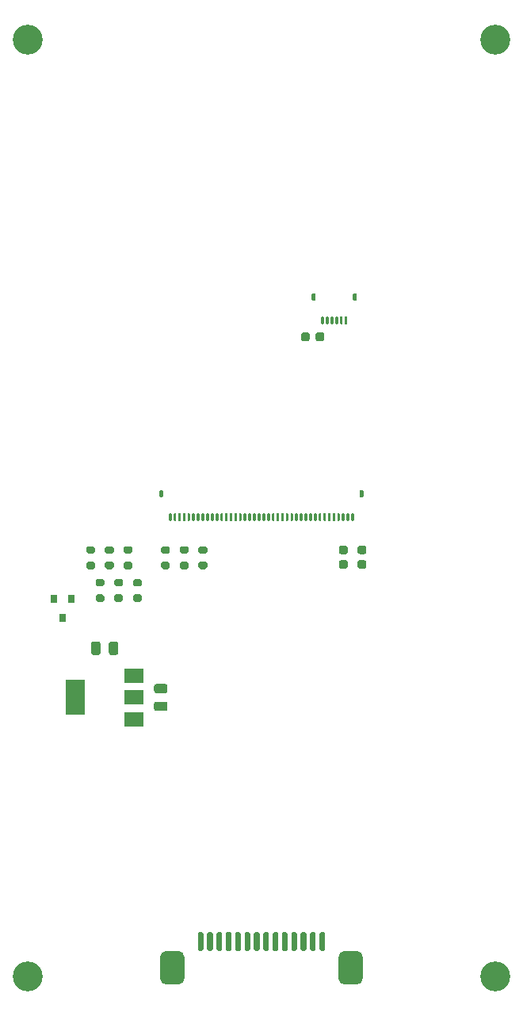
<source format=gbr>
%TF.GenerationSoftware,KiCad,Pcbnew,5.1.10*%
%TF.CreationDate,2021-12-05T17:02:08-05:00*%
%TF.ProjectId,display,64697370-6c61-4792-9e6b-696361645f70,v1.0*%
%TF.SameCoordinates,Original*%
%TF.FileFunction,Soldermask,Bot*%
%TF.FilePolarity,Negative*%
%FSLAX46Y46*%
G04 Gerber Fmt 4.6, Leading zero omitted, Abs format (unit mm)*
G04 Created by KiCad (PCBNEW 5.1.10) date 2021-12-05 17:02:08*
%MOMM*%
%LPD*%
G01*
G04 APERTURE LIST*
%ADD10C,3.200000*%
%ADD11R,2.000000X1.500000*%
%ADD12R,2.000000X3.800000*%
%ADD13R,0.800000X0.900000*%
G04 APERTURE END LIST*
%TO.C,C1*%
G36*
G01*
X230500000Y-135600000D02*
X231000000Y-135600000D01*
G75*
G02*
X231225000Y-135825000I0J-225000D01*
G01*
X231225000Y-136275000D01*
G75*
G02*
X231000000Y-136500000I-225000J0D01*
G01*
X230500000Y-136500000D01*
G75*
G02*
X230275000Y-136275000I0J225000D01*
G01*
X230275000Y-135825000D01*
G75*
G02*
X230500000Y-135600000I225000J0D01*
G01*
G37*
G36*
G01*
X230500000Y-134050000D02*
X231000000Y-134050000D01*
G75*
G02*
X231225000Y-134275000I0J-225000D01*
G01*
X231225000Y-134725000D01*
G75*
G02*
X231000000Y-134950000I-225000J0D01*
G01*
X230500000Y-134950000D01*
G75*
G02*
X230275000Y-134725000I0J225000D01*
G01*
X230275000Y-134275000D01*
G75*
G02*
X230500000Y-134050000I225000J0D01*
G01*
G37*
%TD*%
%TO.C,C2*%
G36*
G01*
X228500000Y-135600000D02*
X229000000Y-135600000D01*
G75*
G02*
X229225000Y-135825000I0J-225000D01*
G01*
X229225000Y-136275000D01*
G75*
G02*
X229000000Y-136500000I-225000J0D01*
G01*
X228500000Y-136500000D01*
G75*
G02*
X228275000Y-136275000I0J225000D01*
G01*
X228275000Y-135825000D01*
G75*
G02*
X228500000Y-135600000I225000J0D01*
G01*
G37*
G36*
G01*
X228500000Y-134050000D02*
X229000000Y-134050000D01*
G75*
G02*
X229225000Y-134275000I0J-225000D01*
G01*
X229225000Y-134725000D01*
G75*
G02*
X229000000Y-134950000I-225000J0D01*
G01*
X228500000Y-134950000D01*
G75*
G02*
X228275000Y-134725000I0J225000D01*
G01*
X228275000Y-134275000D01*
G75*
G02*
X228500000Y-134050000I225000J0D01*
G01*
G37*
%TD*%
%TO.C,C3*%
G36*
G01*
X209725000Y-149800000D02*
X208775000Y-149800000D01*
G75*
G02*
X208525000Y-149550000I0J250000D01*
G01*
X208525000Y-149050000D01*
G75*
G02*
X208775000Y-148800000I250000J0D01*
G01*
X209725000Y-148800000D01*
G75*
G02*
X209975000Y-149050000I0J-250000D01*
G01*
X209975000Y-149550000D01*
G75*
G02*
X209725000Y-149800000I-250000J0D01*
G01*
G37*
G36*
G01*
X209725000Y-151700000D02*
X208775000Y-151700000D01*
G75*
G02*
X208525000Y-151450000I0J250000D01*
G01*
X208525000Y-150950000D01*
G75*
G02*
X208775000Y-150700000I250000J0D01*
G01*
X209725000Y-150700000D01*
G75*
G02*
X209975000Y-150950000I0J-250000D01*
G01*
X209975000Y-151450000D01*
G75*
G02*
X209725000Y-151700000I-250000J0D01*
G01*
G37*
%TD*%
%TO.C,C4*%
G36*
G01*
X203700000Y-145475000D02*
X203700000Y-144525000D01*
G75*
G02*
X203950000Y-144275000I250000J0D01*
G01*
X204450000Y-144275000D01*
G75*
G02*
X204700000Y-144525000I0J-250000D01*
G01*
X204700000Y-145475000D01*
G75*
G02*
X204450000Y-145725000I-250000J0D01*
G01*
X203950000Y-145725000D01*
G75*
G02*
X203700000Y-145475000I0J250000D01*
G01*
G37*
G36*
G01*
X201800000Y-145475000D02*
X201800000Y-144525000D01*
G75*
G02*
X202050000Y-144275000I250000J0D01*
G01*
X202550000Y-144275000D01*
G75*
G02*
X202800000Y-144525000I0J-250000D01*
G01*
X202800000Y-145475000D01*
G75*
G02*
X202550000Y-145725000I-250000J0D01*
G01*
X202050000Y-145725000D01*
G75*
G02*
X201800000Y-145475000I0J250000D01*
G01*
G37*
%TD*%
%TO.C,C5*%
G36*
G01*
X225150000Y-111500000D02*
X225150000Y-112000000D01*
G75*
G02*
X224925000Y-112225000I-225000J0D01*
G01*
X224475000Y-112225000D01*
G75*
G02*
X224250000Y-112000000I0J225000D01*
G01*
X224250000Y-111500000D01*
G75*
G02*
X224475000Y-111275000I225000J0D01*
G01*
X224925000Y-111275000D01*
G75*
G02*
X225150000Y-111500000I0J-225000D01*
G01*
G37*
G36*
G01*
X226700000Y-111500000D02*
X226700000Y-112000000D01*
G75*
G02*
X226475000Y-112225000I-225000J0D01*
G01*
X226025000Y-112225000D01*
G75*
G02*
X225800000Y-112000000I0J225000D01*
G01*
X225800000Y-111500000D01*
G75*
G02*
X226025000Y-111275000I225000J0D01*
G01*
X226475000Y-111275000D01*
G75*
G02*
X226700000Y-111500000I0J-225000D01*
G01*
G37*
%TD*%
D10*
%TO.C,H1*%
X195000000Y-80000000D03*
%TD*%
%TO.C,H2*%
X245000000Y-80000000D03*
%TD*%
%TO.C,H3*%
X195000000Y-180000000D03*
%TD*%
%TO.C,H4*%
X245000000Y-180000000D03*
%TD*%
%TO.C,J1*%
G36*
G01*
X226805000Y-175452500D02*
X226805000Y-177147500D01*
G75*
G02*
X226652500Y-177300000I-152500J0D01*
G01*
X226347500Y-177300000D01*
G75*
G02*
X226195000Y-177147500I0J152500D01*
G01*
X226195000Y-175452500D01*
G75*
G02*
X226347500Y-175300000I152500J0D01*
G01*
X226652500Y-175300000D01*
G75*
G02*
X226805000Y-175452500I0J-152500D01*
G01*
G37*
G36*
G01*
X225805000Y-175452500D02*
X225805000Y-177147500D01*
G75*
G02*
X225652500Y-177300000I-152500J0D01*
G01*
X225347500Y-177300000D01*
G75*
G02*
X225195000Y-177147500I0J152500D01*
G01*
X225195000Y-175452500D01*
G75*
G02*
X225347500Y-175300000I152500J0D01*
G01*
X225652500Y-175300000D01*
G75*
G02*
X225805000Y-175452500I0J-152500D01*
G01*
G37*
G36*
G01*
X224805000Y-175452500D02*
X224805000Y-177147500D01*
G75*
G02*
X224652500Y-177300000I-152500J0D01*
G01*
X224347500Y-177300000D01*
G75*
G02*
X224195000Y-177147500I0J152500D01*
G01*
X224195000Y-175452500D01*
G75*
G02*
X224347500Y-175300000I152500J0D01*
G01*
X224652500Y-175300000D01*
G75*
G02*
X224805000Y-175452500I0J-152500D01*
G01*
G37*
G36*
G01*
X223805000Y-175452500D02*
X223805000Y-177147500D01*
G75*
G02*
X223652500Y-177300000I-152500J0D01*
G01*
X223347500Y-177300000D01*
G75*
G02*
X223195000Y-177147500I0J152500D01*
G01*
X223195000Y-175452500D01*
G75*
G02*
X223347500Y-175300000I152500J0D01*
G01*
X223652500Y-175300000D01*
G75*
G02*
X223805000Y-175452500I0J-152500D01*
G01*
G37*
G36*
G01*
X222805000Y-175452500D02*
X222805000Y-177147500D01*
G75*
G02*
X222652500Y-177300000I-152500J0D01*
G01*
X222347500Y-177300000D01*
G75*
G02*
X222195000Y-177147500I0J152500D01*
G01*
X222195000Y-175452500D01*
G75*
G02*
X222347500Y-175300000I152500J0D01*
G01*
X222652500Y-175300000D01*
G75*
G02*
X222805000Y-175452500I0J-152500D01*
G01*
G37*
G36*
G01*
X221805000Y-175452500D02*
X221805000Y-177147500D01*
G75*
G02*
X221652500Y-177300000I-152500J0D01*
G01*
X221347500Y-177300000D01*
G75*
G02*
X221195000Y-177147500I0J152500D01*
G01*
X221195000Y-175452500D01*
G75*
G02*
X221347500Y-175300000I152500J0D01*
G01*
X221652500Y-175300000D01*
G75*
G02*
X221805000Y-175452500I0J-152500D01*
G01*
G37*
G36*
G01*
X220805000Y-175452500D02*
X220805000Y-177147500D01*
G75*
G02*
X220652500Y-177300000I-152500J0D01*
G01*
X220347500Y-177300000D01*
G75*
G02*
X220195000Y-177147500I0J152500D01*
G01*
X220195000Y-175452500D01*
G75*
G02*
X220347500Y-175300000I152500J0D01*
G01*
X220652500Y-175300000D01*
G75*
G02*
X220805000Y-175452500I0J-152500D01*
G01*
G37*
G36*
G01*
X230830000Y-177950000D02*
X230830000Y-180250000D01*
G75*
G02*
X230180000Y-180900000I-650000J0D01*
G01*
X228880000Y-180900000D01*
G75*
G02*
X228230000Y-180250000I0J650000D01*
G01*
X228230000Y-177950000D01*
G75*
G02*
X228880000Y-177300000I650000J0D01*
G01*
X230180000Y-177300000D01*
G75*
G02*
X230830000Y-177950000I0J-650000D01*
G01*
G37*
G36*
G01*
X219805000Y-175452500D02*
X219805000Y-177147500D01*
G75*
G02*
X219652500Y-177300000I-152500J0D01*
G01*
X219347500Y-177300000D01*
G75*
G02*
X219195000Y-177147500I0J152500D01*
G01*
X219195000Y-175452500D01*
G75*
G02*
X219347500Y-175300000I152500J0D01*
G01*
X219652500Y-175300000D01*
G75*
G02*
X219805000Y-175452500I0J-152500D01*
G01*
G37*
G36*
G01*
X218805000Y-175452500D02*
X218805000Y-177147500D01*
G75*
G02*
X218652500Y-177300000I-152500J0D01*
G01*
X218347500Y-177300000D01*
G75*
G02*
X218195000Y-177147500I0J152500D01*
G01*
X218195000Y-175452500D01*
G75*
G02*
X218347500Y-175300000I152500J0D01*
G01*
X218652500Y-175300000D01*
G75*
G02*
X218805000Y-175452500I0J-152500D01*
G01*
G37*
G36*
G01*
X217805000Y-175452500D02*
X217805000Y-177147500D01*
G75*
G02*
X217652500Y-177300000I-152500J0D01*
G01*
X217347500Y-177300000D01*
G75*
G02*
X217195000Y-177147500I0J152500D01*
G01*
X217195000Y-175452500D01*
G75*
G02*
X217347500Y-175300000I152500J0D01*
G01*
X217652500Y-175300000D01*
G75*
G02*
X217805000Y-175452500I0J-152500D01*
G01*
G37*
G36*
G01*
X216805000Y-175452500D02*
X216805000Y-177147500D01*
G75*
G02*
X216652500Y-177300000I-152500J0D01*
G01*
X216347500Y-177300000D01*
G75*
G02*
X216195000Y-177147500I0J152500D01*
G01*
X216195000Y-175452500D01*
G75*
G02*
X216347500Y-175300000I152500J0D01*
G01*
X216652500Y-175300000D01*
G75*
G02*
X216805000Y-175452500I0J-152500D01*
G01*
G37*
G36*
G01*
X215805000Y-175452500D02*
X215805000Y-177147500D01*
G75*
G02*
X215652500Y-177300000I-152500J0D01*
G01*
X215347500Y-177300000D01*
G75*
G02*
X215195000Y-177147500I0J152500D01*
G01*
X215195000Y-175452500D01*
G75*
G02*
X215347500Y-175300000I152500J0D01*
G01*
X215652500Y-175300000D01*
G75*
G02*
X215805000Y-175452500I0J-152500D01*
G01*
G37*
G36*
G01*
X214805000Y-175452500D02*
X214805000Y-177147500D01*
G75*
G02*
X214652500Y-177300000I-152500J0D01*
G01*
X214347500Y-177300000D01*
G75*
G02*
X214195000Y-177147500I0J152500D01*
G01*
X214195000Y-175452500D01*
G75*
G02*
X214347500Y-175300000I152500J0D01*
G01*
X214652500Y-175300000D01*
G75*
G02*
X214805000Y-175452500I0J-152500D01*
G01*
G37*
G36*
G01*
X213805000Y-175452500D02*
X213805000Y-177147500D01*
G75*
G02*
X213652500Y-177300000I-152500J0D01*
G01*
X213347500Y-177300000D01*
G75*
G02*
X213195000Y-177147500I0J152500D01*
G01*
X213195000Y-175452500D01*
G75*
G02*
X213347500Y-175300000I152500J0D01*
G01*
X213652500Y-175300000D01*
G75*
G02*
X213805000Y-175452500I0J-152500D01*
G01*
G37*
G36*
G01*
X211770000Y-177950000D02*
X211770000Y-180250000D01*
G75*
G02*
X211120000Y-180900000I-650000J0D01*
G01*
X209820000Y-180900000D01*
G75*
G02*
X209170000Y-180250000I0J650000D01*
G01*
X209170000Y-177950000D01*
G75*
G02*
X209820000Y-177300000I650000J0D01*
G01*
X211120000Y-177300000D01*
G75*
G02*
X211770000Y-177950000I0J-650000D01*
G01*
G37*
%TD*%
%TO.C,J2*%
G36*
G01*
X230500000Y-128800000D02*
X230500000Y-128200000D01*
G75*
G02*
X230600000Y-128100000I100000J0D01*
G01*
X230800000Y-128100000D01*
G75*
G02*
X230900000Y-128200000I0J-100000D01*
G01*
X230900000Y-128800000D01*
G75*
G02*
X230800000Y-128900000I-100000J0D01*
G01*
X230600000Y-128900000D01*
G75*
G02*
X230500000Y-128800000I0J100000D01*
G01*
G37*
G36*
G01*
X209100000Y-128800000D02*
X209100000Y-128200000D01*
G75*
G02*
X209200000Y-128100000I100000J0D01*
G01*
X209400000Y-128100000D01*
G75*
G02*
X209500000Y-128200000I0J-100000D01*
G01*
X209500000Y-128800000D01*
G75*
G02*
X209400000Y-128900000I-100000J0D01*
G01*
X209200000Y-128900000D01*
G75*
G02*
X209100000Y-128800000I0J100000D01*
G01*
G37*
G36*
G01*
X229600000Y-131325000D02*
X229600000Y-130675000D01*
G75*
G02*
X229675000Y-130600000I75000J0D01*
G01*
X229825000Y-130600000D01*
G75*
G02*
X229900000Y-130675000I0J-75000D01*
G01*
X229900000Y-131325000D01*
G75*
G02*
X229825000Y-131400000I-75000J0D01*
G01*
X229675000Y-131400000D01*
G75*
G02*
X229600000Y-131325000I0J75000D01*
G01*
G37*
G36*
G01*
X229100000Y-131325000D02*
X229100000Y-130675000D01*
G75*
G02*
X229175000Y-130600000I75000J0D01*
G01*
X229325000Y-130600000D01*
G75*
G02*
X229400000Y-130675000I0J-75000D01*
G01*
X229400000Y-131325000D01*
G75*
G02*
X229325000Y-131400000I-75000J0D01*
G01*
X229175000Y-131400000D01*
G75*
G02*
X229100000Y-131325000I0J75000D01*
G01*
G37*
G36*
G01*
X228600000Y-131325000D02*
X228600000Y-130675000D01*
G75*
G02*
X228675000Y-130600000I75000J0D01*
G01*
X228825000Y-130600000D01*
G75*
G02*
X228900000Y-130675000I0J-75000D01*
G01*
X228900000Y-131325000D01*
G75*
G02*
X228825000Y-131400000I-75000J0D01*
G01*
X228675000Y-131400000D01*
G75*
G02*
X228600000Y-131325000I0J75000D01*
G01*
G37*
G36*
G01*
X228100000Y-131325000D02*
X228100000Y-130675000D01*
G75*
G02*
X228175000Y-130600000I75000J0D01*
G01*
X228325000Y-130600000D01*
G75*
G02*
X228400000Y-130675000I0J-75000D01*
G01*
X228400000Y-131325000D01*
G75*
G02*
X228325000Y-131400000I-75000J0D01*
G01*
X228175000Y-131400000D01*
G75*
G02*
X228100000Y-131325000I0J75000D01*
G01*
G37*
G36*
G01*
X227600000Y-131325000D02*
X227600000Y-130675000D01*
G75*
G02*
X227675000Y-130600000I75000J0D01*
G01*
X227825000Y-130600000D01*
G75*
G02*
X227900000Y-130675000I0J-75000D01*
G01*
X227900000Y-131325000D01*
G75*
G02*
X227825000Y-131400000I-75000J0D01*
G01*
X227675000Y-131400000D01*
G75*
G02*
X227600000Y-131325000I0J75000D01*
G01*
G37*
G36*
G01*
X227100000Y-131325000D02*
X227100000Y-130675000D01*
G75*
G02*
X227175000Y-130600000I75000J0D01*
G01*
X227325000Y-130600000D01*
G75*
G02*
X227400000Y-130675000I0J-75000D01*
G01*
X227400000Y-131325000D01*
G75*
G02*
X227325000Y-131400000I-75000J0D01*
G01*
X227175000Y-131400000D01*
G75*
G02*
X227100000Y-131325000I0J75000D01*
G01*
G37*
G36*
G01*
X226600000Y-131325000D02*
X226600000Y-130675000D01*
G75*
G02*
X226675000Y-130600000I75000J0D01*
G01*
X226825000Y-130600000D01*
G75*
G02*
X226900000Y-130675000I0J-75000D01*
G01*
X226900000Y-131325000D01*
G75*
G02*
X226825000Y-131400000I-75000J0D01*
G01*
X226675000Y-131400000D01*
G75*
G02*
X226600000Y-131325000I0J75000D01*
G01*
G37*
G36*
G01*
X226100000Y-131325000D02*
X226100000Y-130675000D01*
G75*
G02*
X226175000Y-130600000I75000J0D01*
G01*
X226325000Y-130600000D01*
G75*
G02*
X226400000Y-130675000I0J-75000D01*
G01*
X226400000Y-131325000D01*
G75*
G02*
X226325000Y-131400000I-75000J0D01*
G01*
X226175000Y-131400000D01*
G75*
G02*
X226100000Y-131325000I0J75000D01*
G01*
G37*
G36*
G01*
X225600000Y-131325000D02*
X225600000Y-130675000D01*
G75*
G02*
X225675000Y-130600000I75000J0D01*
G01*
X225825000Y-130600000D01*
G75*
G02*
X225900000Y-130675000I0J-75000D01*
G01*
X225900000Y-131325000D01*
G75*
G02*
X225825000Y-131400000I-75000J0D01*
G01*
X225675000Y-131400000D01*
G75*
G02*
X225600000Y-131325000I0J75000D01*
G01*
G37*
G36*
G01*
X225100000Y-131325000D02*
X225100000Y-130675000D01*
G75*
G02*
X225175000Y-130600000I75000J0D01*
G01*
X225325000Y-130600000D01*
G75*
G02*
X225400000Y-130675000I0J-75000D01*
G01*
X225400000Y-131325000D01*
G75*
G02*
X225325000Y-131400000I-75000J0D01*
G01*
X225175000Y-131400000D01*
G75*
G02*
X225100000Y-131325000I0J75000D01*
G01*
G37*
G36*
G01*
X224600000Y-131325000D02*
X224600000Y-130675000D01*
G75*
G02*
X224675000Y-130600000I75000J0D01*
G01*
X224825000Y-130600000D01*
G75*
G02*
X224900000Y-130675000I0J-75000D01*
G01*
X224900000Y-131325000D01*
G75*
G02*
X224825000Y-131400000I-75000J0D01*
G01*
X224675000Y-131400000D01*
G75*
G02*
X224600000Y-131325000I0J75000D01*
G01*
G37*
G36*
G01*
X224100000Y-131325000D02*
X224100000Y-130675000D01*
G75*
G02*
X224175000Y-130600000I75000J0D01*
G01*
X224325000Y-130600000D01*
G75*
G02*
X224400000Y-130675000I0J-75000D01*
G01*
X224400000Y-131325000D01*
G75*
G02*
X224325000Y-131400000I-75000J0D01*
G01*
X224175000Y-131400000D01*
G75*
G02*
X224100000Y-131325000I0J75000D01*
G01*
G37*
G36*
G01*
X223600000Y-131325000D02*
X223600000Y-130675000D01*
G75*
G02*
X223675000Y-130600000I75000J0D01*
G01*
X223825000Y-130600000D01*
G75*
G02*
X223900000Y-130675000I0J-75000D01*
G01*
X223900000Y-131325000D01*
G75*
G02*
X223825000Y-131400000I-75000J0D01*
G01*
X223675000Y-131400000D01*
G75*
G02*
X223600000Y-131325000I0J75000D01*
G01*
G37*
G36*
G01*
X223100000Y-131325000D02*
X223100000Y-130675000D01*
G75*
G02*
X223175000Y-130600000I75000J0D01*
G01*
X223325000Y-130600000D01*
G75*
G02*
X223400000Y-130675000I0J-75000D01*
G01*
X223400000Y-131325000D01*
G75*
G02*
X223325000Y-131400000I-75000J0D01*
G01*
X223175000Y-131400000D01*
G75*
G02*
X223100000Y-131325000I0J75000D01*
G01*
G37*
G36*
G01*
X222600000Y-131325000D02*
X222600000Y-130675000D01*
G75*
G02*
X222675000Y-130600000I75000J0D01*
G01*
X222825000Y-130600000D01*
G75*
G02*
X222900000Y-130675000I0J-75000D01*
G01*
X222900000Y-131325000D01*
G75*
G02*
X222825000Y-131400000I-75000J0D01*
G01*
X222675000Y-131400000D01*
G75*
G02*
X222600000Y-131325000I0J75000D01*
G01*
G37*
G36*
G01*
X222100000Y-131325000D02*
X222100000Y-130675000D01*
G75*
G02*
X222175000Y-130600000I75000J0D01*
G01*
X222325000Y-130600000D01*
G75*
G02*
X222400000Y-130675000I0J-75000D01*
G01*
X222400000Y-131325000D01*
G75*
G02*
X222325000Y-131400000I-75000J0D01*
G01*
X222175000Y-131400000D01*
G75*
G02*
X222100000Y-131325000I0J75000D01*
G01*
G37*
G36*
G01*
X221600000Y-131325000D02*
X221600000Y-130675000D01*
G75*
G02*
X221675000Y-130600000I75000J0D01*
G01*
X221825000Y-130600000D01*
G75*
G02*
X221900000Y-130675000I0J-75000D01*
G01*
X221900000Y-131325000D01*
G75*
G02*
X221825000Y-131400000I-75000J0D01*
G01*
X221675000Y-131400000D01*
G75*
G02*
X221600000Y-131325000I0J75000D01*
G01*
G37*
G36*
G01*
X221100000Y-131325000D02*
X221100000Y-130675000D01*
G75*
G02*
X221175000Y-130600000I75000J0D01*
G01*
X221325000Y-130600000D01*
G75*
G02*
X221400000Y-130675000I0J-75000D01*
G01*
X221400000Y-131325000D01*
G75*
G02*
X221325000Y-131400000I-75000J0D01*
G01*
X221175000Y-131400000D01*
G75*
G02*
X221100000Y-131325000I0J75000D01*
G01*
G37*
G36*
G01*
X220600000Y-131325000D02*
X220600000Y-130675000D01*
G75*
G02*
X220675000Y-130600000I75000J0D01*
G01*
X220825000Y-130600000D01*
G75*
G02*
X220900000Y-130675000I0J-75000D01*
G01*
X220900000Y-131325000D01*
G75*
G02*
X220825000Y-131400000I-75000J0D01*
G01*
X220675000Y-131400000D01*
G75*
G02*
X220600000Y-131325000I0J75000D01*
G01*
G37*
G36*
G01*
X220100000Y-131325000D02*
X220100000Y-130675000D01*
G75*
G02*
X220175000Y-130600000I75000J0D01*
G01*
X220325000Y-130600000D01*
G75*
G02*
X220400000Y-130675000I0J-75000D01*
G01*
X220400000Y-131325000D01*
G75*
G02*
X220325000Y-131400000I-75000J0D01*
G01*
X220175000Y-131400000D01*
G75*
G02*
X220100000Y-131325000I0J75000D01*
G01*
G37*
G36*
G01*
X219600000Y-131325000D02*
X219600000Y-130675000D01*
G75*
G02*
X219675000Y-130600000I75000J0D01*
G01*
X219825000Y-130600000D01*
G75*
G02*
X219900000Y-130675000I0J-75000D01*
G01*
X219900000Y-131325000D01*
G75*
G02*
X219825000Y-131400000I-75000J0D01*
G01*
X219675000Y-131400000D01*
G75*
G02*
X219600000Y-131325000I0J75000D01*
G01*
G37*
G36*
G01*
X219100000Y-131325000D02*
X219100000Y-130675000D01*
G75*
G02*
X219175000Y-130600000I75000J0D01*
G01*
X219325000Y-130600000D01*
G75*
G02*
X219400000Y-130675000I0J-75000D01*
G01*
X219400000Y-131325000D01*
G75*
G02*
X219325000Y-131400000I-75000J0D01*
G01*
X219175000Y-131400000D01*
G75*
G02*
X219100000Y-131325000I0J75000D01*
G01*
G37*
G36*
G01*
X218600000Y-131325000D02*
X218600000Y-130675000D01*
G75*
G02*
X218675000Y-130600000I75000J0D01*
G01*
X218825000Y-130600000D01*
G75*
G02*
X218900000Y-130675000I0J-75000D01*
G01*
X218900000Y-131325000D01*
G75*
G02*
X218825000Y-131400000I-75000J0D01*
G01*
X218675000Y-131400000D01*
G75*
G02*
X218600000Y-131325000I0J75000D01*
G01*
G37*
G36*
G01*
X218100000Y-131325000D02*
X218100000Y-130675000D01*
G75*
G02*
X218175000Y-130600000I75000J0D01*
G01*
X218325000Y-130600000D01*
G75*
G02*
X218400000Y-130675000I0J-75000D01*
G01*
X218400000Y-131325000D01*
G75*
G02*
X218325000Y-131400000I-75000J0D01*
G01*
X218175000Y-131400000D01*
G75*
G02*
X218100000Y-131325000I0J75000D01*
G01*
G37*
G36*
G01*
X217600000Y-131325000D02*
X217600000Y-130675000D01*
G75*
G02*
X217675000Y-130600000I75000J0D01*
G01*
X217825000Y-130600000D01*
G75*
G02*
X217900000Y-130675000I0J-75000D01*
G01*
X217900000Y-131325000D01*
G75*
G02*
X217825000Y-131400000I-75000J0D01*
G01*
X217675000Y-131400000D01*
G75*
G02*
X217600000Y-131325000I0J75000D01*
G01*
G37*
G36*
G01*
X217100000Y-131325000D02*
X217100000Y-130675000D01*
G75*
G02*
X217175000Y-130600000I75000J0D01*
G01*
X217325000Y-130600000D01*
G75*
G02*
X217400000Y-130675000I0J-75000D01*
G01*
X217400000Y-131325000D01*
G75*
G02*
X217325000Y-131400000I-75000J0D01*
G01*
X217175000Y-131400000D01*
G75*
G02*
X217100000Y-131325000I0J75000D01*
G01*
G37*
G36*
G01*
X216600000Y-131325000D02*
X216600000Y-130675000D01*
G75*
G02*
X216675000Y-130600000I75000J0D01*
G01*
X216825000Y-130600000D01*
G75*
G02*
X216900000Y-130675000I0J-75000D01*
G01*
X216900000Y-131325000D01*
G75*
G02*
X216825000Y-131400000I-75000J0D01*
G01*
X216675000Y-131400000D01*
G75*
G02*
X216600000Y-131325000I0J75000D01*
G01*
G37*
G36*
G01*
X216100000Y-131325000D02*
X216100000Y-130675000D01*
G75*
G02*
X216175000Y-130600000I75000J0D01*
G01*
X216325000Y-130600000D01*
G75*
G02*
X216400000Y-130675000I0J-75000D01*
G01*
X216400000Y-131325000D01*
G75*
G02*
X216325000Y-131400000I-75000J0D01*
G01*
X216175000Y-131400000D01*
G75*
G02*
X216100000Y-131325000I0J75000D01*
G01*
G37*
G36*
G01*
X215600000Y-131325000D02*
X215600000Y-130675000D01*
G75*
G02*
X215675000Y-130600000I75000J0D01*
G01*
X215825000Y-130600000D01*
G75*
G02*
X215900000Y-130675000I0J-75000D01*
G01*
X215900000Y-131325000D01*
G75*
G02*
X215825000Y-131400000I-75000J0D01*
G01*
X215675000Y-131400000D01*
G75*
G02*
X215600000Y-131325000I0J75000D01*
G01*
G37*
G36*
G01*
X215100000Y-131325000D02*
X215100000Y-130675000D01*
G75*
G02*
X215175000Y-130600000I75000J0D01*
G01*
X215325000Y-130600000D01*
G75*
G02*
X215400000Y-130675000I0J-75000D01*
G01*
X215400000Y-131325000D01*
G75*
G02*
X215325000Y-131400000I-75000J0D01*
G01*
X215175000Y-131400000D01*
G75*
G02*
X215100000Y-131325000I0J75000D01*
G01*
G37*
G36*
G01*
X214600000Y-131325000D02*
X214600000Y-130675000D01*
G75*
G02*
X214675000Y-130600000I75000J0D01*
G01*
X214825000Y-130600000D01*
G75*
G02*
X214900000Y-130675000I0J-75000D01*
G01*
X214900000Y-131325000D01*
G75*
G02*
X214825000Y-131400000I-75000J0D01*
G01*
X214675000Y-131400000D01*
G75*
G02*
X214600000Y-131325000I0J75000D01*
G01*
G37*
G36*
G01*
X214100000Y-131325000D02*
X214100000Y-130675000D01*
G75*
G02*
X214175000Y-130600000I75000J0D01*
G01*
X214325000Y-130600000D01*
G75*
G02*
X214400000Y-130675000I0J-75000D01*
G01*
X214400000Y-131325000D01*
G75*
G02*
X214325000Y-131400000I-75000J0D01*
G01*
X214175000Y-131400000D01*
G75*
G02*
X214100000Y-131325000I0J75000D01*
G01*
G37*
G36*
G01*
X213600000Y-131325000D02*
X213600000Y-130675000D01*
G75*
G02*
X213675000Y-130600000I75000J0D01*
G01*
X213825000Y-130600000D01*
G75*
G02*
X213900000Y-130675000I0J-75000D01*
G01*
X213900000Y-131325000D01*
G75*
G02*
X213825000Y-131400000I-75000J0D01*
G01*
X213675000Y-131400000D01*
G75*
G02*
X213600000Y-131325000I0J75000D01*
G01*
G37*
G36*
G01*
X213100000Y-131325000D02*
X213100000Y-130675000D01*
G75*
G02*
X213175000Y-130600000I75000J0D01*
G01*
X213325000Y-130600000D01*
G75*
G02*
X213400000Y-130675000I0J-75000D01*
G01*
X213400000Y-131325000D01*
G75*
G02*
X213325000Y-131400000I-75000J0D01*
G01*
X213175000Y-131400000D01*
G75*
G02*
X213100000Y-131325000I0J75000D01*
G01*
G37*
G36*
G01*
X212600000Y-131325000D02*
X212600000Y-130675000D01*
G75*
G02*
X212675000Y-130600000I75000J0D01*
G01*
X212825000Y-130600000D01*
G75*
G02*
X212900000Y-130675000I0J-75000D01*
G01*
X212900000Y-131325000D01*
G75*
G02*
X212825000Y-131400000I-75000J0D01*
G01*
X212675000Y-131400000D01*
G75*
G02*
X212600000Y-131325000I0J75000D01*
G01*
G37*
G36*
G01*
X212100000Y-131325000D02*
X212100000Y-130675000D01*
G75*
G02*
X212175000Y-130600000I75000J0D01*
G01*
X212325000Y-130600000D01*
G75*
G02*
X212400000Y-130675000I0J-75000D01*
G01*
X212400000Y-131325000D01*
G75*
G02*
X212325000Y-131400000I-75000J0D01*
G01*
X212175000Y-131400000D01*
G75*
G02*
X212100000Y-131325000I0J75000D01*
G01*
G37*
G36*
G01*
X211600000Y-131325000D02*
X211600000Y-130675000D01*
G75*
G02*
X211675000Y-130600000I75000J0D01*
G01*
X211825000Y-130600000D01*
G75*
G02*
X211900000Y-130675000I0J-75000D01*
G01*
X211900000Y-131325000D01*
G75*
G02*
X211825000Y-131400000I-75000J0D01*
G01*
X211675000Y-131400000D01*
G75*
G02*
X211600000Y-131325000I0J75000D01*
G01*
G37*
G36*
G01*
X211100000Y-131325000D02*
X211100000Y-130675000D01*
G75*
G02*
X211175000Y-130600000I75000J0D01*
G01*
X211325000Y-130600000D01*
G75*
G02*
X211400000Y-130675000I0J-75000D01*
G01*
X211400000Y-131325000D01*
G75*
G02*
X211325000Y-131400000I-75000J0D01*
G01*
X211175000Y-131400000D01*
G75*
G02*
X211100000Y-131325000I0J75000D01*
G01*
G37*
G36*
G01*
X210600000Y-131325000D02*
X210600000Y-130675000D01*
G75*
G02*
X210675000Y-130600000I75000J0D01*
G01*
X210825000Y-130600000D01*
G75*
G02*
X210900000Y-130675000I0J-75000D01*
G01*
X210900000Y-131325000D01*
G75*
G02*
X210825000Y-131400000I-75000J0D01*
G01*
X210675000Y-131400000D01*
G75*
G02*
X210600000Y-131325000I0J75000D01*
G01*
G37*
G36*
G01*
X210100000Y-131325000D02*
X210100000Y-130675000D01*
G75*
G02*
X210175000Y-130600000I75000J0D01*
G01*
X210325000Y-130600000D01*
G75*
G02*
X210400000Y-130675000I0J-75000D01*
G01*
X210400000Y-131325000D01*
G75*
G02*
X210325000Y-131400000I-75000J0D01*
G01*
X210175000Y-131400000D01*
G75*
G02*
X210100000Y-131325000I0J75000D01*
G01*
G37*
%TD*%
%TO.C,R1*%
G36*
G01*
X213475000Y-135750000D02*
X214025000Y-135750000D01*
G75*
G02*
X214225000Y-135950000I0J-200000D01*
G01*
X214225000Y-136350000D01*
G75*
G02*
X214025000Y-136550000I-200000J0D01*
G01*
X213475000Y-136550000D01*
G75*
G02*
X213275000Y-136350000I0J200000D01*
G01*
X213275000Y-135950000D01*
G75*
G02*
X213475000Y-135750000I200000J0D01*
G01*
G37*
G36*
G01*
X213475000Y-134100000D02*
X214025000Y-134100000D01*
G75*
G02*
X214225000Y-134300000I0J-200000D01*
G01*
X214225000Y-134700000D01*
G75*
G02*
X214025000Y-134900000I-200000J0D01*
G01*
X213475000Y-134900000D01*
G75*
G02*
X213275000Y-134700000I0J200000D01*
G01*
X213275000Y-134300000D01*
G75*
G02*
X213475000Y-134100000I200000J0D01*
G01*
G37*
%TD*%
%TO.C,R2*%
G36*
G01*
X211475000Y-135750000D02*
X212025000Y-135750000D01*
G75*
G02*
X212225000Y-135950000I0J-200000D01*
G01*
X212225000Y-136350000D01*
G75*
G02*
X212025000Y-136550000I-200000J0D01*
G01*
X211475000Y-136550000D01*
G75*
G02*
X211275000Y-136350000I0J200000D01*
G01*
X211275000Y-135950000D01*
G75*
G02*
X211475000Y-135750000I200000J0D01*
G01*
G37*
G36*
G01*
X211475000Y-134100000D02*
X212025000Y-134100000D01*
G75*
G02*
X212225000Y-134300000I0J-200000D01*
G01*
X212225000Y-134700000D01*
G75*
G02*
X212025000Y-134900000I-200000J0D01*
G01*
X211475000Y-134900000D01*
G75*
G02*
X211275000Y-134700000I0J200000D01*
G01*
X211275000Y-134300000D01*
G75*
G02*
X211475000Y-134100000I200000J0D01*
G01*
G37*
%TD*%
%TO.C,R3*%
G36*
G01*
X207025000Y-138400000D02*
X206475000Y-138400000D01*
G75*
G02*
X206275000Y-138200000I0J200000D01*
G01*
X206275000Y-137800000D01*
G75*
G02*
X206475000Y-137600000I200000J0D01*
G01*
X207025000Y-137600000D01*
G75*
G02*
X207225000Y-137800000I0J-200000D01*
G01*
X207225000Y-138200000D01*
G75*
G02*
X207025000Y-138400000I-200000J0D01*
G01*
G37*
G36*
G01*
X207025000Y-140050000D02*
X206475000Y-140050000D01*
G75*
G02*
X206275000Y-139850000I0J200000D01*
G01*
X206275000Y-139450000D01*
G75*
G02*
X206475000Y-139250000I200000J0D01*
G01*
X207025000Y-139250000D01*
G75*
G02*
X207225000Y-139450000I0J-200000D01*
G01*
X207225000Y-139850000D01*
G75*
G02*
X207025000Y-140050000I-200000J0D01*
G01*
G37*
%TD*%
%TO.C,R4*%
G36*
G01*
X205025000Y-138400000D02*
X204475000Y-138400000D01*
G75*
G02*
X204275000Y-138200000I0J200000D01*
G01*
X204275000Y-137800000D01*
G75*
G02*
X204475000Y-137600000I200000J0D01*
G01*
X205025000Y-137600000D01*
G75*
G02*
X205225000Y-137800000I0J-200000D01*
G01*
X205225000Y-138200000D01*
G75*
G02*
X205025000Y-138400000I-200000J0D01*
G01*
G37*
G36*
G01*
X205025000Y-140050000D02*
X204475000Y-140050000D01*
G75*
G02*
X204275000Y-139850000I0J200000D01*
G01*
X204275000Y-139450000D01*
G75*
G02*
X204475000Y-139250000I200000J0D01*
G01*
X205025000Y-139250000D01*
G75*
G02*
X205225000Y-139450000I0J-200000D01*
G01*
X205225000Y-139850000D01*
G75*
G02*
X205025000Y-140050000I-200000J0D01*
G01*
G37*
%TD*%
%TO.C,R5*%
G36*
G01*
X203025000Y-138400000D02*
X202475000Y-138400000D01*
G75*
G02*
X202275000Y-138200000I0J200000D01*
G01*
X202275000Y-137800000D01*
G75*
G02*
X202475000Y-137600000I200000J0D01*
G01*
X203025000Y-137600000D01*
G75*
G02*
X203225000Y-137800000I0J-200000D01*
G01*
X203225000Y-138200000D01*
G75*
G02*
X203025000Y-138400000I-200000J0D01*
G01*
G37*
G36*
G01*
X203025000Y-140050000D02*
X202475000Y-140050000D01*
G75*
G02*
X202275000Y-139850000I0J200000D01*
G01*
X202275000Y-139450000D01*
G75*
G02*
X202475000Y-139250000I200000J0D01*
G01*
X203025000Y-139250000D01*
G75*
G02*
X203225000Y-139450000I0J-200000D01*
G01*
X203225000Y-139850000D01*
G75*
G02*
X203025000Y-140050000I-200000J0D01*
G01*
G37*
%TD*%
%TO.C,R6*%
G36*
G01*
X209475000Y-135750000D02*
X210025000Y-135750000D01*
G75*
G02*
X210225000Y-135950000I0J-200000D01*
G01*
X210225000Y-136350000D01*
G75*
G02*
X210025000Y-136550000I-200000J0D01*
G01*
X209475000Y-136550000D01*
G75*
G02*
X209275000Y-136350000I0J200000D01*
G01*
X209275000Y-135950000D01*
G75*
G02*
X209475000Y-135750000I200000J0D01*
G01*
G37*
G36*
G01*
X209475000Y-134100000D02*
X210025000Y-134100000D01*
G75*
G02*
X210225000Y-134300000I0J-200000D01*
G01*
X210225000Y-134700000D01*
G75*
G02*
X210025000Y-134900000I-200000J0D01*
G01*
X209475000Y-134900000D01*
G75*
G02*
X209275000Y-134700000I0J200000D01*
G01*
X209275000Y-134300000D01*
G75*
G02*
X209475000Y-134100000I200000J0D01*
G01*
G37*
%TD*%
%TO.C,R7*%
G36*
G01*
X205475000Y-135750000D02*
X206025000Y-135750000D01*
G75*
G02*
X206225000Y-135950000I0J-200000D01*
G01*
X206225000Y-136350000D01*
G75*
G02*
X206025000Y-136550000I-200000J0D01*
G01*
X205475000Y-136550000D01*
G75*
G02*
X205275000Y-136350000I0J200000D01*
G01*
X205275000Y-135950000D01*
G75*
G02*
X205475000Y-135750000I200000J0D01*
G01*
G37*
G36*
G01*
X205475000Y-134100000D02*
X206025000Y-134100000D01*
G75*
G02*
X206225000Y-134300000I0J-200000D01*
G01*
X206225000Y-134700000D01*
G75*
G02*
X206025000Y-134900000I-200000J0D01*
G01*
X205475000Y-134900000D01*
G75*
G02*
X205275000Y-134700000I0J200000D01*
G01*
X205275000Y-134300000D01*
G75*
G02*
X205475000Y-134100000I200000J0D01*
G01*
G37*
%TD*%
%TO.C,R8*%
G36*
G01*
X203475000Y-135750000D02*
X204025000Y-135750000D01*
G75*
G02*
X204225000Y-135950000I0J-200000D01*
G01*
X204225000Y-136350000D01*
G75*
G02*
X204025000Y-136550000I-200000J0D01*
G01*
X203475000Y-136550000D01*
G75*
G02*
X203275000Y-136350000I0J200000D01*
G01*
X203275000Y-135950000D01*
G75*
G02*
X203475000Y-135750000I200000J0D01*
G01*
G37*
G36*
G01*
X203475000Y-134100000D02*
X204025000Y-134100000D01*
G75*
G02*
X204225000Y-134300000I0J-200000D01*
G01*
X204225000Y-134700000D01*
G75*
G02*
X204025000Y-134900000I-200000J0D01*
G01*
X203475000Y-134900000D01*
G75*
G02*
X203275000Y-134700000I0J200000D01*
G01*
X203275000Y-134300000D01*
G75*
G02*
X203475000Y-134100000I200000J0D01*
G01*
G37*
%TD*%
%TO.C,R9*%
G36*
G01*
X201475000Y-135750000D02*
X202025000Y-135750000D01*
G75*
G02*
X202225000Y-135950000I0J-200000D01*
G01*
X202225000Y-136350000D01*
G75*
G02*
X202025000Y-136550000I-200000J0D01*
G01*
X201475000Y-136550000D01*
G75*
G02*
X201275000Y-136350000I0J200000D01*
G01*
X201275000Y-135950000D01*
G75*
G02*
X201475000Y-135750000I200000J0D01*
G01*
G37*
G36*
G01*
X201475000Y-134100000D02*
X202025000Y-134100000D01*
G75*
G02*
X202225000Y-134300000I0J-200000D01*
G01*
X202225000Y-134700000D01*
G75*
G02*
X202025000Y-134900000I-200000J0D01*
G01*
X201475000Y-134900000D01*
G75*
G02*
X201275000Y-134700000I0J200000D01*
G01*
X201275000Y-134300000D01*
G75*
G02*
X201475000Y-134100000I200000J0D01*
G01*
G37*
%TD*%
D11*
%TO.C,U1*%
X206400000Y-147950000D03*
X206400000Y-152550000D03*
X206400000Y-150250000D03*
D12*
X200100000Y-150250000D03*
%TD*%
D13*
%TO.C,U2*%
X198750000Y-141750000D03*
X199700000Y-139750000D03*
X197800000Y-139750000D03*
%TD*%
%TO.C,J3*%
G36*
G01*
X229780000Y-107800000D02*
X229780000Y-107200000D01*
G75*
G02*
X229880000Y-107100000I100000J0D01*
G01*
X230080000Y-107100000D01*
G75*
G02*
X230180000Y-107200000I0J-100000D01*
G01*
X230180000Y-107800000D01*
G75*
G02*
X230080000Y-107900000I-100000J0D01*
G01*
X229880000Y-107900000D01*
G75*
G02*
X229780000Y-107800000I0J100000D01*
G01*
G37*
G36*
G01*
X225380000Y-107800000D02*
X225380000Y-107200000D01*
G75*
G02*
X225480000Y-107100000I100000J0D01*
G01*
X225680000Y-107100000D01*
G75*
G02*
X225780000Y-107200000I0J-100000D01*
G01*
X225780000Y-107800000D01*
G75*
G02*
X225680000Y-107900000I-100000J0D01*
G01*
X225480000Y-107900000D01*
G75*
G02*
X225380000Y-107800000I0J100000D01*
G01*
G37*
G36*
G01*
X228880000Y-110325000D02*
X228880000Y-109675000D01*
G75*
G02*
X228955000Y-109600000I75000J0D01*
G01*
X229105000Y-109600000D01*
G75*
G02*
X229180000Y-109675000I0J-75000D01*
G01*
X229180000Y-110325000D01*
G75*
G02*
X229105000Y-110400000I-75000J0D01*
G01*
X228955000Y-110400000D01*
G75*
G02*
X228880000Y-110325000I0J75000D01*
G01*
G37*
G36*
G01*
X228380000Y-110325000D02*
X228380000Y-109675000D01*
G75*
G02*
X228455000Y-109600000I75000J0D01*
G01*
X228605000Y-109600000D01*
G75*
G02*
X228680000Y-109675000I0J-75000D01*
G01*
X228680000Y-110325000D01*
G75*
G02*
X228605000Y-110400000I-75000J0D01*
G01*
X228455000Y-110400000D01*
G75*
G02*
X228380000Y-110325000I0J75000D01*
G01*
G37*
G36*
G01*
X227880000Y-110325000D02*
X227880000Y-109675000D01*
G75*
G02*
X227955000Y-109600000I75000J0D01*
G01*
X228105000Y-109600000D01*
G75*
G02*
X228180000Y-109675000I0J-75000D01*
G01*
X228180000Y-110325000D01*
G75*
G02*
X228105000Y-110400000I-75000J0D01*
G01*
X227955000Y-110400000D01*
G75*
G02*
X227880000Y-110325000I0J75000D01*
G01*
G37*
G36*
G01*
X227380000Y-110325000D02*
X227380000Y-109675000D01*
G75*
G02*
X227455000Y-109600000I75000J0D01*
G01*
X227605000Y-109600000D01*
G75*
G02*
X227680000Y-109675000I0J-75000D01*
G01*
X227680000Y-110325000D01*
G75*
G02*
X227605000Y-110400000I-75000J0D01*
G01*
X227455000Y-110400000D01*
G75*
G02*
X227380000Y-110325000I0J75000D01*
G01*
G37*
G36*
G01*
X226880000Y-110325000D02*
X226880000Y-109675000D01*
G75*
G02*
X226955000Y-109600000I75000J0D01*
G01*
X227105000Y-109600000D01*
G75*
G02*
X227180000Y-109675000I0J-75000D01*
G01*
X227180000Y-110325000D01*
G75*
G02*
X227105000Y-110400000I-75000J0D01*
G01*
X226955000Y-110400000D01*
G75*
G02*
X226880000Y-110325000I0J75000D01*
G01*
G37*
G36*
G01*
X226380000Y-110325000D02*
X226380000Y-109675000D01*
G75*
G02*
X226455000Y-109600000I75000J0D01*
G01*
X226605000Y-109600000D01*
G75*
G02*
X226680000Y-109675000I0J-75000D01*
G01*
X226680000Y-110325000D01*
G75*
G02*
X226605000Y-110400000I-75000J0D01*
G01*
X226455000Y-110400000D01*
G75*
G02*
X226380000Y-110325000I0J75000D01*
G01*
G37*
%TD*%
M02*

</source>
